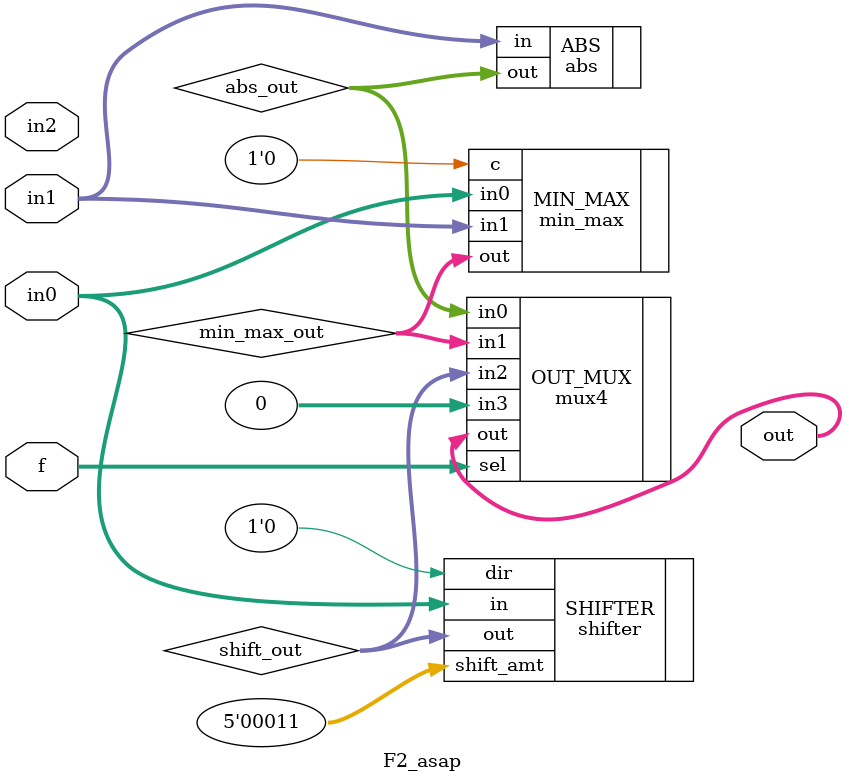
<source format=v>
module F2_asap # (
        parameter WIDTH = 32
    ) (
        input  wire [1:0]       f,
        input  wire [WIDTH-1:0] in0,
        input  wire [WIDTH-1:0] in1,
        input  wire [WIDTH-1:0] in2,
        output wire [WIDTH-1:0] out
    );

    wire [WIDTH-1:0] abs_out;
    wire [WIDTH-1:0] min_max_out;
    wire [WIDTH-1:0] shift_out;

    abs # (
            .WIDTH      (WIDTH)
        ) ABS (
            .in         (in1),
            .out        (abs_out)
        );

    min_max # (
            .WIDTH      (WIDTH)
        ) MIN_MAX (
            .c          (1'b0),
            .in0        (in0),
            .in1        (in1),
            .out        (min_max_out)
        );

    shifter # (
            .WIDTH      (WIDTH)
        ) SHIFTER (
            .dir        (1'b0),
            .shift_amt  ({{($clog2(WIDTH)-2){1'b0}}, 2'b11}),
            .in         (in0),
            .out        (shift_out)
        );
    
    mux4 # (
            .WIDTH      (WIDTH)
        ) OUT_MUX (
            .sel        (f[1:0]),
            .in0        (abs_out),
            .in1        (min_max_out),
            .in2        (shift_out),
            .in3        ({WIDTH{1'b0}}),
            .out        (out)
        );

endmodule

</source>
